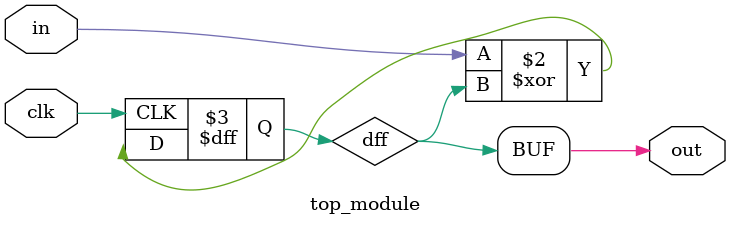
<source format=sv>
module top_module (
	input clk,
	input in,
	output logic out
);

	// D Flip Flop
	logic dff;
	always_ff @(posedge clk)
		dff <= in ^ out;

	// Assign flip flop output to the output port
	assign out = dff;

endmodule

</source>
